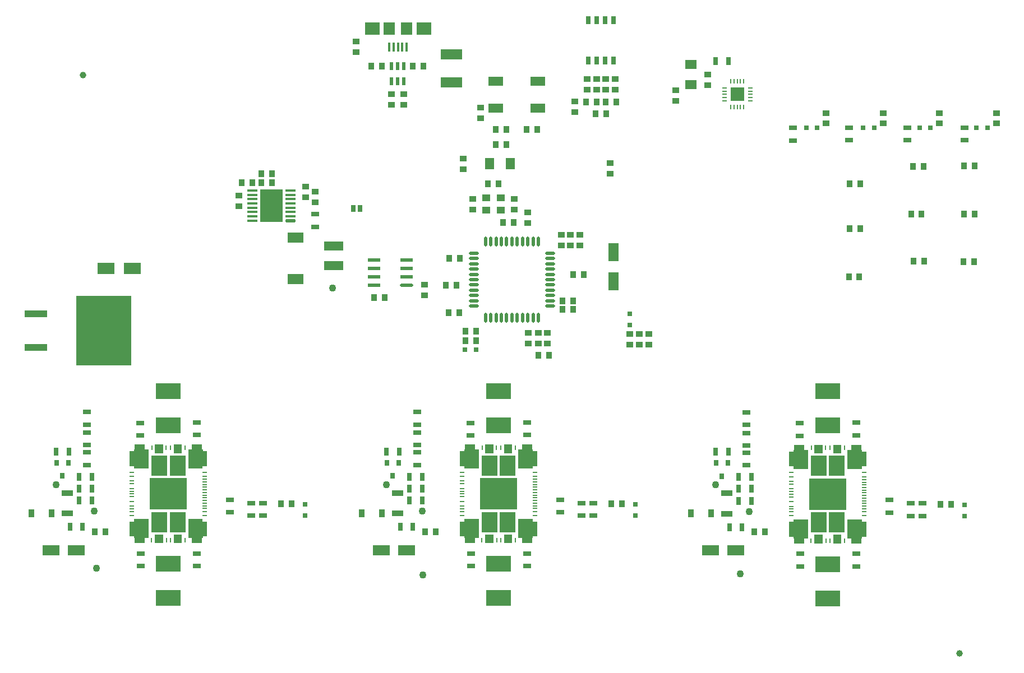
<source format=gtp>
G04 Layer_Color=8421504*
%FSLAX44Y44*%
%MOMM*%
G71*
G01*
G75*
%ADD10C,1.1000*%
%ADD11R,0.6000X1.2000*%
%ADD12C,1.0000*%
%ADD13R,0.9500X1.0000*%
%ADD14R,0.7000X1.3000*%
%ADD15R,3.2000X1.5000*%
%ADD16R,1.3000X1.0000*%
%ADD17R,3.7000X2.4500*%
%ADD18R,2.3000X1.4000*%
%ADD19R,2.4000X3.1000*%
%ADD20R,5.6000X4.8000*%
%ADD21R,0.2000X0.7800*%
%ADD22R,0.7800X0.2000*%
%ADD23O,1.9800X0.5300*%
%ADD24R,1.9800X0.5300*%
%ADD25R,2.3000X1.9000*%
%ADD26R,1.8000X1.9000*%
%ADD27R,0.4000X1.4000*%
%ADD28R,1.0000X0.9500*%
%ADD29R,0.8000X0.8000*%
%ADD30R,1.7000X1.4000*%
%ADD31R,2.5000X1.7000*%
%ADD32R,3.5040X1.0160*%
%ADD33R,8.3800X10.4900*%
G04:AMPARAMS|DCode=34|XSize=0.45mm|YSize=1.5mm|CornerRadius=0.1125mm|HoleSize=0mm|Usage=FLASHONLY|Rotation=270.000|XOffset=0mm|YOffset=0mm|HoleType=Round|Shape=RoundedRectangle|*
%AMROUNDEDRECTD34*
21,1,0.4500,1.2750,0,0,270.0*
21,1,0.2250,1.5000,0,0,270.0*
1,1,0.2250,-0.6375,-0.1125*
1,1,0.2250,-0.6375,0.1125*
1,1,0.2250,0.6375,0.1125*
1,1,0.2250,0.6375,-0.1125*
%
%ADD34ROUNDEDRECTD34*%
%ADD35R,1.5000X0.4500*%
%ADD36R,3.4000X5.0000*%
%ADD37R,2.4000X1.5000*%
%ADD38R,2.9500X1.4000*%
%ADD39R,1.3000X0.7000*%
%ADD40R,0.8000X1.0000*%
%ADD41R,1.4000X1.7000*%
%ADD42O,0.5500X1.5000*%
%ADD43O,1.5000X0.5500*%
%ADD44R,0.8000X0.8000*%
%ADD45R,1.6000X2.8000*%
%ADD46O,0.2500X0.8000*%
%ADD47O,0.8000X0.2500*%
%ADD48R,2.1000X2.1000*%
%ADD49R,0.8000X0.9000*%
%ADD50R,0.8500X1.2000*%
%ADD51R,1.7020X0.9140*%
%ADD52R,2.5000X1.6000*%
%ADD53R,0.7600X1.2500*%
G36*
X298500Y239500D02*
X305200Y239500D01*
Y217200D01*
X298600D01*
Y214500D01*
X297400D01*
Y207200D01*
X282100D01*
Y214500D01*
X276600D01*
Y243400D01*
X298500D01*
Y239500D01*
D02*
G37*
G36*
X797160Y239500D02*
X803860Y239500D01*
Y217200D01*
X797260D01*
Y214500D01*
X796060D01*
Y207200D01*
X780760D01*
Y214500D01*
X775260D01*
Y243400D01*
X797160D01*
Y239500D01*
D02*
G37*
G36*
X267200Y207100D02*
X254600D01*
Y220100D01*
X267200D01*
Y207100D01*
D02*
G37*
G36*
X216800Y214500D02*
X211300D01*
Y207200D01*
X196000D01*
Y214500D01*
X194800D01*
Y217200D01*
X188200Y217200D01*
Y239500D01*
X194900Y239500D01*
Y243400D01*
X216800D01*
Y214500D01*
D02*
G37*
G36*
X715460Y214500D02*
X709960D01*
Y207200D01*
X694660D01*
Y214500D01*
X693460D01*
Y217200D01*
X686860Y217200D01*
Y239500D01*
X693560Y239500D01*
Y243400D01*
X715460D01*
Y214500D01*
D02*
G37*
G36*
X1212460Y214000D02*
X1206960D01*
Y206700D01*
X1191660D01*
Y214000D01*
X1190460D01*
Y216700D01*
X1183860Y216700D01*
Y239000D01*
X1190560Y239000D01*
Y242900D01*
X1212460D01*
Y214000D01*
D02*
G37*
G36*
X1294160Y239000D02*
X1300860Y239000D01*
Y216700D01*
X1294260D01*
Y214000D01*
X1293060D01*
Y206700D01*
X1277760D01*
Y214000D01*
X1272260D01*
Y242900D01*
X1294160D01*
Y239000D01*
D02*
G37*
G36*
X1262860Y206600D02*
X1250260D01*
Y219600D01*
X1262860D01*
Y206600D01*
D02*
G37*
G36*
X1234460D02*
X1221860D01*
Y219600D01*
X1234460D01*
Y206600D01*
D02*
G37*
G36*
X238800Y207100D02*
X226200D01*
Y220100D01*
X238800D01*
Y207100D01*
D02*
G37*
G36*
X765860Y207100D02*
X753260D01*
Y220100D01*
X765860D01*
Y207100D01*
D02*
G37*
G36*
X737460D02*
X724860D01*
Y220100D01*
X737460D01*
Y207100D01*
D02*
G37*
G36*
X737460Y342900D02*
X724860D01*
Y355900D01*
X737460D01*
Y342900D01*
D02*
G37*
G36*
X1262860Y342400D02*
X1250260D01*
Y355400D01*
X1262860D01*
Y342400D01*
D02*
G37*
G36*
X1234460Y342400D02*
X1221860D01*
Y355400D01*
X1234460D01*
Y342400D01*
D02*
G37*
G36*
X267200Y342900D02*
X254600D01*
Y355900D01*
X267200D01*
Y342900D01*
D02*
G37*
G36*
X765860Y342900D02*
X753260D01*
Y355900D01*
X765860D01*
Y342900D01*
D02*
G37*
G36*
X238800D02*
X226200D01*
Y355900D01*
X238800D01*
Y342900D01*
D02*
G37*
G36*
X709960Y348500D02*
X715460D01*
Y319600D01*
X693560D01*
Y323500D01*
X686860Y323500D01*
Y345800D01*
X693460D01*
Y348500D01*
X694660D01*
Y355800D01*
X709960D01*
Y348500D01*
D02*
G37*
G36*
X1293060Y348000D02*
X1294260D01*
Y345300D01*
X1300860D01*
Y323000D01*
X1294160D01*
Y319100D01*
X1272260D01*
Y348000D01*
X1277760D01*
Y355300D01*
X1293060D01*
Y348000D01*
D02*
G37*
G36*
X1206960D02*
X1212460D01*
Y319100D01*
X1190560D01*
Y323000D01*
X1183860Y323000D01*
Y345300D01*
X1190460D01*
Y348000D01*
X1191660D01*
Y355300D01*
X1206960D01*
Y348000D01*
D02*
G37*
G36*
X297400Y348500D02*
X298600D01*
Y345800D01*
X305200D01*
Y323500D01*
X298500D01*
Y319600D01*
X276600D01*
Y348500D01*
X282100D01*
Y355800D01*
X297400D01*
Y348500D01*
D02*
G37*
G36*
X211300D02*
X216800D01*
Y319600D01*
X194900D01*
Y323500D01*
X188200Y323500D01*
Y345800D01*
X194800D01*
Y348500D01*
X196000D01*
Y355800D01*
X211300D01*
Y348500D01*
D02*
G37*
G36*
X796060Y348500D02*
X797260D01*
Y345800D01*
X803860D01*
Y323500D01*
X797160D01*
Y319600D01*
X775260D01*
Y348500D01*
X780760D01*
Y355800D01*
X796060D01*
Y348500D01*
D02*
G37*
D10*
X630000Y255500D02*
D03*
X575500Y295500D02*
D03*
X134500Y255500D02*
D03*
X77500Y295500D02*
D03*
X138000Y169000D02*
D03*
X631000Y159000D02*
D03*
X1110000Y161000D02*
D03*
X1124072Y255000D02*
D03*
X1072500Y295500D02*
D03*
X495000Y592500D02*
D03*
D11*
X583500Y927500D02*
D03*
X593000D02*
D03*
X602500D02*
D03*
Y904500D02*
D03*
X593000D02*
D03*
X583500D02*
D03*
D12*
X1441000Y40000D02*
D03*
X117500Y914000D02*
D03*
X206700Y228500D02*
D03*
X205700Y334500D02*
D03*
X286700Y336500D02*
D03*
X287700Y228500D02*
D03*
X786360Y228500D02*
D03*
X785360Y336500D02*
D03*
X704360Y334500D02*
D03*
X705360Y228500D02*
D03*
X1202360Y228000D02*
D03*
X1201360Y334000D02*
D03*
X1282360Y336000D02*
D03*
X1283360Y228000D02*
D03*
D13*
X557000Y578000D02*
D03*
X573000D02*
D03*
X858000Y560000D02*
D03*
X842000D02*
D03*
X417000Y266500D02*
D03*
X433000D02*
D03*
X915660Y266500D02*
D03*
X931660D02*
D03*
X1412660Y266000D02*
D03*
X1428660D02*
D03*
X553000Y928000D02*
D03*
X569000D02*
D03*
X632000D02*
D03*
X616000D02*
D03*
X893590Y873840D02*
D03*
X877590D02*
D03*
X922800D02*
D03*
X906800D02*
D03*
X907560Y856060D02*
D03*
X891560D02*
D03*
X373500Y752000D02*
D03*
X357500D02*
D03*
X403000Y765500D02*
D03*
X387000D02*
D03*
X387000Y752000D02*
D03*
X403000D02*
D03*
X756650Y832370D02*
D03*
X740650D02*
D03*
X787640Y832370D02*
D03*
X803640D02*
D03*
X740650Y809510D02*
D03*
X756650Y809510D02*
D03*
X745000Y750000D02*
D03*
X729000D02*
D03*
X752340Y691540D02*
D03*
X768340D02*
D03*
X671000Y637000D02*
D03*
X687000D02*
D03*
X666000Y597000D02*
D03*
X682000D02*
D03*
X669599Y555000D02*
D03*
X685599D02*
D03*
X695000Y513000D02*
D03*
X711000D02*
D03*
X711000Y527000D02*
D03*
X695000D02*
D03*
X821000Y491000D02*
D03*
X805000D02*
D03*
X842000Y573000D02*
D03*
X858000D02*
D03*
Y613000D02*
D03*
X874000D02*
D03*
X1448000Y777000D02*
D03*
X1464000D02*
D03*
X1371000Y776000D02*
D03*
X1387000Y776000D02*
D03*
X1448000Y704000D02*
D03*
X1464000D02*
D03*
X1368000D02*
D03*
X1384000D02*
D03*
X1372000Y633000D02*
D03*
X1388000D02*
D03*
X1447000Y632000D02*
D03*
X1463000D02*
D03*
X1275000Y682000D02*
D03*
X1291000D02*
D03*
X1290000Y609000D02*
D03*
X1274000D02*
D03*
X1275000Y750000D02*
D03*
X1291000D02*
D03*
X151800Y224500D02*
D03*
X135800D02*
D03*
X650460D02*
D03*
X634460D02*
D03*
X1147460Y224000D02*
D03*
X1131460D02*
D03*
D14*
X575960Y345500D02*
D03*
X594960D02*
D03*
X1092000Y935000D02*
D03*
X1073000D02*
D03*
X77300Y345500D02*
D03*
X96300D02*
D03*
X112300Y307500D02*
D03*
X131300Y307500D02*
D03*
X112300Y289500D02*
D03*
X131300D02*
D03*
X112300Y271500D02*
D03*
X131300D02*
D03*
X98300Y231500D02*
D03*
X117300Y231500D02*
D03*
X610960Y271500D02*
D03*
X629960Y271500D02*
D03*
X610960Y289500D02*
D03*
X629960D02*
D03*
X610960Y307500D02*
D03*
X629960D02*
D03*
X596960Y231500D02*
D03*
X615960D02*
D03*
X1093960Y231000D02*
D03*
X1112960Y231000D02*
D03*
X1107960Y271000D02*
D03*
X1126960D02*
D03*
X1107960Y289000D02*
D03*
X1126960D02*
D03*
X1107960Y307000D02*
D03*
X1126960Y307000D02*
D03*
X1072960Y345000D02*
D03*
X1091960D02*
D03*
D15*
X674500Y945500D02*
D03*
X674500Y903500D02*
D03*
D16*
X748480Y710480D02*
D03*
X726480D02*
D03*
Y728480D02*
D03*
X748480D02*
D03*
D17*
X246300Y385250D02*
D03*
Y436750D02*
D03*
X744960Y385250D02*
D03*
Y436750D02*
D03*
X1241960Y384750D02*
D03*
Y436250D02*
D03*
X246800Y175750D02*
D03*
Y124250D02*
D03*
X745460Y175750D02*
D03*
Y124250D02*
D03*
X1242460Y175250D02*
D03*
Y123750D02*
D03*
D18*
X804280Y904440D02*
D03*
X741280Y904440D02*
D03*
X741280Y864440D02*
D03*
X804280Y864440D02*
D03*
D19*
X232900Y238800D02*
D03*
X260500D02*
D03*
X232900Y324200D02*
D03*
X260500D02*
D03*
X759160Y324200D02*
D03*
X731560D02*
D03*
X759160Y238800D02*
D03*
X731560D02*
D03*
X1228560Y238300D02*
D03*
X1256160D02*
D03*
X1228560Y323700D02*
D03*
X1256160D02*
D03*
D20*
X246700Y281500D02*
D03*
X745360Y281500D02*
D03*
X1242360Y281000D02*
D03*
D21*
X264900Y351500D02*
D03*
X260900D02*
D03*
X256800D02*
D03*
X236500D02*
D03*
X232500D02*
D03*
X228500D02*
D03*
Y211500D02*
D03*
X232500D02*
D03*
X236500D02*
D03*
X256800D02*
D03*
X260800D02*
D03*
X264700D02*
D03*
X271800Y351500D02*
D03*
X249900D02*
D03*
X243500D02*
D03*
X221600D02*
D03*
X221500Y211500D02*
D03*
X243600D02*
D03*
X249800D02*
D03*
X271800D02*
D03*
X770460Y211500D02*
D03*
X748460D02*
D03*
X742260D02*
D03*
X720160D02*
D03*
X720260Y351500D02*
D03*
X742160D02*
D03*
X748560D02*
D03*
X770460D02*
D03*
X763360Y211500D02*
D03*
X759460D02*
D03*
X755460D02*
D03*
X735160D02*
D03*
X731160D02*
D03*
X727160D02*
D03*
Y351500D02*
D03*
X731160D02*
D03*
X735160D02*
D03*
X755460D02*
D03*
X759560D02*
D03*
X763560D02*
D03*
X1260560Y351000D02*
D03*
X1256560D02*
D03*
X1252460D02*
D03*
X1232160D02*
D03*
X1228160D02*
D03*
X1224160D02*
D03*
Y211000D02*
D03*
X1228160D02*
D03*
X1232160D02*
D03*
X1252460D02*
D03*
X1256460D02*
D03*
X1260360D02*
D03*
X1267460Y351000D02*
D03*
X1245560D02*
D03*
X1239160D02*
D03*
X1217260D02*
D03*
X1217160Y211000D02*
D03*
X1239260D02*
D03*
X1245460D02*
D03*
X1267460D02*
D03*
D22*
X301700Y248800D02*
D03*
Y283500D02*
D03*
Y287500D02*
D03*
Y279500D02*
D03*
Y275500D02*
D03*
Y271500D02*
D03*
Y267500D02*
D03*
Y263500D02*
D03*
Y259500D02*
D03*
Y255000D02*
D03*
Y291500D02*
D03*
Y295500D02*
D03*
Y299500D02*
D03*
Y303500D02*
D03*
Y308000D02*
D03*
Y314200D02*
D03*
X191700Y277500D02*
D03*
Y285500D02*
D03*
X191900Y270200D02*
D03*
X191700Y281500D02*
D03*
Y263000D02*
D03*
Y259000D02*
D03*
Y255000D02*
D03*
Y248800D02*
D03*
Y296900D02*
D03*
Y300800D02*
D03*
Y308000D02*
D03*
Y314200D02*
D03*
Y289500D02*
D03*
X690360Y289500D02*
D03*
Y314200D02*
D03*
Y308000D02*
D03*
Y300800D02*
D03*
Y296900D02*
D03*
Y248800D02*
D03*
Y255000D02*
D03*
Y259000D02*
D03*
Y263000D02*
D03*
Y281500D02*
D03*
X690560Y270200D02*
D03*
X690360Y285500D02*
D03*
Y277500D02*
D03*
X800360Y314200D02*
D03*
Y308000D02*
D03*
Y303500D02*
D03*
Y299500D02*
D03*
Y295500D02*
D03*
Y291500D02*
D03*
Y255000D02*
D03*
Y259500D02*
D03*
Y263500D02*
D03*
Y267500D02*
D03*
Y271500D02*
D03*
Y275500D02*
D03*
Y279500D02*
D03*
Y287500D02*
D03*
Y283500D02*
D03*
Y248800D02*
D03*
X1297360Y248300D02*
D03*
Y283000D02*
D03*
Y287000D02*
D03*
Y279000D02*
D03*
Y275000D02*
D03*
Y271000D02*
D03*
Y267000D02*
D03*
Y263000D02*
D03*
Y259000D02*
D03*
Y254500D02*
D03*
Y291000D02*
D03*
Y295000D02*
D03*
Y299000D02*
D03*
Y303000D02*
D03*
Y307500D02*
D03*
Y313700D02*
D03*
X1187360Y277000D02*
D03*
Y285000D02*
D03*
X1187560Y269700D02*
D03*
X1187360Y281000D02*
D03*
Y262500D02*
D03*
Y258500D02*
D03*
Y254500D02*
D03*
Y248300D02*
D03*
Y296400D02*
D03*
Y300300D02*
D03*
Y307500D02*
D03*
Y313700D02*
D03*
Y289000D02*
D03*
D23*
X606650Y596950D02*
D03*
D24*
Y609650D02*
D03*
Y622350D02*
D03*
Y635050D02*
D03*
X557350D02*
D03*
Y622350D02*
D03*
Y609650D02*
D03*
Y596950D02*
D03*
D25*
X554500Y984750D02*
D03*
X632500D02*
D03*
D26*
X580500D02*
D03*
X606500D02*
D03*
D27*
X580500Y956250D02*
D03*
X606500D02*
D03*
X600000D02*
D03*
X587000Y956250D02*
D03*
X593500Y956250D02*
D03*
D28*
X914000Y781500D02*
D03*
Y765500D02*
D03*
X972500Y507000D02*
D03*
Y523000D02*
D03*
X943500Y523000D02*
D03*
Y507000D02*
D03*
X958000D02*
D03*
Y523000D02*
D03*
X530000Y949000D02*
D03*
Y965000D02*
D03*
X583500Y885500D02*
D03*
Y869500D02*
D03*
X602500Y885500D02*
D03*
Y869500D02*
D03*
X921150Y892510D02*
D03*
X921150Y908510D02*
D03*
X907180Y892510D02*
D03*
Y908510D02*
D03*
X893210Y892510D02*
D03*
Y908510D02*
D03*
X879240Y892510D02*
D03*
Y908510D02*
D03*
X860190Y874220D02*
D03*
Y858220D02*
D03*
X633500Y597180D02*
D03*
Y581180D02*
D03*
X1012500Y875000D02*
D03*
Y891000D02*
D03*
X454000Y730000D02*
D03*
Y746000D02*
D03*
X468000Y722000D02*
D03*
Y738000D02*
D03*
X353000Y716000D02*
D03*
Y732000D02*
D03*
X691500Y772000D02*
D03*
Y788000D02*
D03*
X718000Y849000D02*
D03*
Y865000D02*
D03*
X706000Y711000D02*
D03*
Y727000D02*
D03*
X769000Y711000D02*
D03*
Y727000D02*
D03*
X789000Y691000D02*
D03*
Y707000D02*
D03*
X819000Y525000D02*
D03*
Y509000D02*
D03*
X805000Y509000D02*
D03*
Y525000D02*
D03*
X790000Y509000D02*
D03*
Y525000D02*
D03*
X868000Y673000D02*
D03*
Y657000D02*
D03*
X854000Y673000D02*
D03*
Y657000D02*
D03*
X840000Y673000D02*
D03*
Y657000D02*
D03*
X1061000Y899000D02*
D03*
Y915000D02*
D03*
X1240000Y841000D02*
D03*
Y857000D02*
D03*
X1326000Y841000D02*
D03*
Y857000D02*
D03*
X1411000Y841000D02*
D03*
Y857000D02*
D03*
X1497000Y841000D02*
D03*
Y857000D02*
D03*
D29*
X943500Y536750D02*
D03*
Y553250D02*
D03*
X453000Y265250D02*
D03*
Y248750D02*
D03*
X951660Y265250D02*
D03*
Y248750D02*
D03*
X1448660Y264750D02*
D03*
Y248250D02*
D03*
D30*
X1036000Y899630D02*
D03*
Y930370D02*
D03*
D31*
X192500Y622000D02*
D03*
X152500D02*
D03*
D32*
X46870Y502600D02*
D03*
Y553400D02*
D03*
D33*
X149000Y528000D02*
D03*
D34*
X431500Y694250D02*
D03*
D35*
Y700750D02*
D03*
Y707250D02*
D03*
Y713750D02*
D03*
Y720250D02*
D03*
Y726750D02*
D03*
Y733250D02*
D03*
Y739750D02*
D03*
X373500D02*
D03*
Y733250D02*
D03*
Y720250D02*
D03*
Y713750D02*
D03*
Y707250D02*
D03*
Y700750D02*
D03*
Y694250D02*
D03*
Y726750D02*
D03*
D36*
X402500Y717000D02*
D03*
D37*
X439000Y669000D02*
D03*
Y606000D02*
D03*
D38*
X496000Y626000D02*
D03*
Y656000D02*
D03*
D39*
X468000Y704000D02*
D03*
Y685000D02*
D03*
X1190000Y834500D02*
D03*
Y815500D02*
D03*
X1274000Y835000D02*
D03*
Y816000D02*
D03*
X1362500Y835000D02*
D03*
Y816000D02*
D03*
X1448500Y835000D02*
D03*
Y816000D02*
D03*
X123800Y355000D02*
D03*
Y374000D02*
D03*
Y386000D02*
D03*
Y405000D02*
D03*
X123800Y344000D02*
D03*
Y325000D02*
D03*
X204800Y191500D02*
D03*
X204800Y172500D02*
D03*
X289800Y191500D02*
D03*
Y172500D02*
D03*
X339800Y272500D02*
D03*
Y253500D02*
D03*
X371800Y248500D02*
D03*
Y267500D02*
D03*
X390000Y248500D02*
D03*
Y267500D02*
D03*
X203800Y369500D02*
D03*
Y388500D02*
D03*
X289800Y370500D02*
D03*
X289800Y389500D02*
D03*
X622460Y386000D02*
D03*
Y405000D02*
D03*
Y355000D02*
D03*
Y374000D02*
D03*
Y344000D02*
D03*
Y325000D02*
D03*
X703460Y191500D02*
D03*
Y172500D02*
D03*
X788460Y191500D02*
D03*
Y172500D02*
D03*
X838460Y272500D02*
D03*
Y253500D02*
D03*
X870460Y248500D02*
D03*
X870460Y267500D02*
D03*
X888460Y248500D02*
D03*
X888460Y267500D02*
D03*
X788460Y370500D02*
D03*
Y389500D02*
D03*
X702460Y369500D02*
D03*
Y388500D02*
D03*
X1199460Y369000D02*
D03*
X1199460Y388000D02*
D03*
X1285460Y370000D02*
D03*
Y389000D02*
D03*
X1200460Y191000D02*
D03*
X1200460Y172000D02*
D03*
X1285460Y191000D02*
D03*
X1285460Y172000D02*
D03*
X1119460Y343500D02*
D03*
Y324500D02*
D03*
Y354500D02*
D03*
Y373500D02*
D03*
Y385500D02*
D03*
X1119460Y404500D02*
D03*
X1335460Y272000D02*
D03*
Y253000D02*
D03*
X1367460Y248000D02*
D03*
Y267000D02*
D03*
X1385460Y248000D02*
D03*
X1385460Y267000D02*
D03*
D40*
X536000Y713000D02*
D03*
X526000D02*
D03*
D41*
X732010Y780300D02*
D03*
X762750D02*
D03*
D42*
X805420Y547680D02*
D03*
X797420D02*
D03*
X789420D02*
D03*
X781420Y547680D02*
D03*
X773420D02*
D03*
X765420D02*
D03*
X757420Y547680D02*
D03*
X749420D02*
D03*
X741420Y547680D02*
D03*
X733420D02*
D03*
X725420D02*
D03*
X725420Y662680D02*
D03*
X733420D02*
D03*
X741420D02*
D03*
X749420D02*
D03*
X757420D02*
D03*
X765420D02*
D03*
X773420D02*
D03*
X781420D02*
D03*
X789420D02*
D03*
X797420D02*
D03*
X805420D02*
D03*
D43*
X707920Y565180D02*
D03*
Y573180D02*
D03*
Y581180D02*
D03*
Y589180D02*
D03*
Y597180D02*
D03*
Y605180D02*
D03*
Y613180D02*
D03*
Y621180D02*
D03*
Y629180D02*
D03*
Y637180D02*
D03*
Y645180D02*
D03*
X822920Y645180D02*
D03*
Y637180D02*
D03*
Y629180D02*
D03*
Y621180D02*
D03*
Y613180D02*
D03*
Y605180D02*
D03*
Y597180D02*
D03*
Y589180D02*
D03*
Y581180D02*
D03*
Y573180D02*
D03*
Y565180D02*
D03*
D44*
X694750Y499000D02*
D03*
X711250D02*
D03*
X1209750Y835000D02*
D03*
X1226250D02*
D03*
X1295750D02*
D03*
X1312250D02*
D03*
X1380750D02*
D03*
X1397250D02*
D03*
X1466750D02*
D03*
X1483250D02*
D03*
D45*
X919000Y647000D02*
D03*
Y603000D02*
D03*
D46*
X1095500Y865500D02*
D03*
X1100500D02*
D03*
X1105500D02*
D03*
X1110500D02*
D03*
X1115500D02*
D03*
Y904500D02*
D03*
X1110500D02*
D03*
X1105500D02*
D03*
X1100500D02*
D03*
X1095500D02*
D03*
D47*
X1125000Y875000D02*
D03*
Y880000D02*
D03*
Y885000D02*
D03*
Y890000D02*
D03*
Y895000D02*
D03*
X1086000D02*
D03*
Y890000D02*
D03*
Y885000D02*
D03*
Y880000D02*
D03*
Y875000D02*
D03*
D48*
X1105500Y885000D02*
D03*
D49*
X86800Y308500D02*
D03*
X95800Y328500D02*
D03*
X77800D02*
D03*
X585460Y308500D02*
D03*
X594460Y328500D02*
D03*
X576460D02*
D03*
X1082460Y308000D02*
D03*
X1091460Y328000D02*
D03*
X1073460D02*
D03*
D50*
X70050Y252500D02*
D03*
X39550D02*
D03*
X568710D02*
D03*
X538210D02*
D03*
X1065710Y252000D02*
D03*
X1035210D02*
D03*
D51*
X93800Y252130D02*
D03*
Y282870D02*
D03*
X1089460Y251630D02*
D03*
Y282370D02*
D03*
X592460Y252130D02*
D03*
Y282870D02*
D03*
D52*
X69800Y196500D02*
D03*
X107800Y196500D02*
D03*
X568460D02*
D03*
X606460D02*
D03*
X1065460Y196000D02*
D03*
X1103460D02*
D03*
D53*
X880510Y935800D02*
D03*
X893210D02*
D03*
X905910D02*
D03*
X918610D02*
D03*
Y997300D02*
D03*
X905910D02*
D03*
X893210D02*
D03*
X880510D02*
D03*
M02*

</source>
